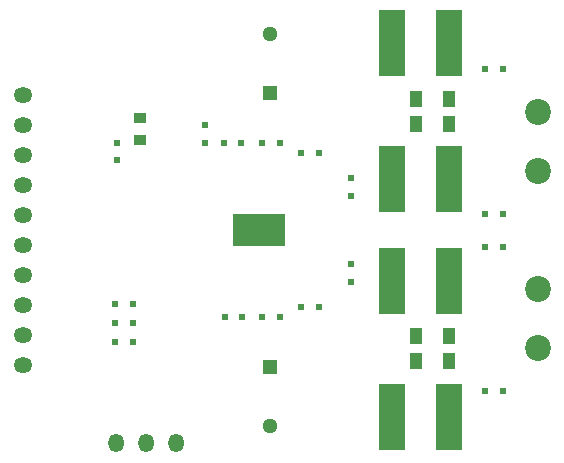
<source format=gbr>
G04 DipTrace 3.1.0.1*
G04 tas5806mROUTE.TopPaste.gbr*
%MOIN*%
G04 #@! TF.FileFunction,Paste,Top*
G04 #@! TF.Part,Single*
%ADD44R,0.177008X0.106142*%
%ADD46R,0.00378X0.051024*%
%ADD48O,0.051969X0.061969*%
%ADD50C,0.086457*%
%ADD52R,0.086457X0.220315*%
%ADD54O,0.061969X0.051969*%
%ADD56R,0.039213X0.054961*%
%ADD58R,0.023465X0.023465*%
%ADD60R,0.04315X0.035276*%
%ADD62C,0.051024*%
%ADD64R,0.051024X0.051024*%
%FSLAX26Y26*%
G04*
G70*
G90*
G75*
G01*
G04 TopPaste*
%LPD*%
D64*
X1295591Y1638110D3*
D62*
Y1834961D3*
D60*
X862520Y1555433D3*
Y1480630D3*
D58*
X1270000Y890079D3*
X1329055D3*
X1142047Y1472756D3*
X1201102D3*
X1145984Y890079D3*
X1205039D3*
X1079055Y1531811D3*
Y1472756D3*
D64*
X1295591Y724724D3*
D62*
Y527874D3*
D58*
X1270000Y1472756D3*
X1329055D3*
X1401890Y1437323D3*
X1460945D3*
X1567244Y1354646D3*
Y1295591D3*
X1401890Y925512D3*
X1460945D3*
X1567244Y1008189D3*
Y1067244D3*
D56*
X1783780Y1618425D3*
X1894016D3*
X1783780Y1535748D3*
X1894016D3*
X1783780Y744409D3*
X1894016D3*
X1783780Y827087D3*
X1894016D3*
D58*
X2073150Y1716850D3*
X2014094D3*
X2073150Y1236535D3*
X2014094D3*
X2073150Y645984D3*
X2014094D3*
X2073150Y1126299D3*
X2014094D3*
D54*
X472756Y1531390D3*
Y1431390D3*
Y1631390D3*
Y1131417D3*
Y1031417D3*
Y1231417D3*
Y831417D3*
Y931417D3*
Y1331417D3*
Y731417D3*
D52*
X1705039Y1803465D3*
X1894016D3*
X1705039Y1350709D3*
X1894016D3*
X1705039Y559370D3*
X1894016D3*
X1705039Y1012126D3*
X1894016D3*
D50*
X2189291Y1378268D3*
Y1575118D3*
D58*
X779843Y933386D3*
X838898D3*
X779843Y870394D3*
X838898D3*
X787717Y1413701D3*
Y1472756D3*
X779843Y807402D3*
X838898D3*
D50*
X2189291Y787717D3*
Y984567D3*
D48*
X882205Y472756D3*
X982205D3*
X782205D3*
D46*
X1437323Y1295591D3*
X1417638D3*
X1397953D3*
X1378268D3*
X1358583D3*
X1338898D3*
X1319213D3*
X1299528D3*
X1279843D3*
X1260157D3*
X1240472D3*
X1220787D3*
X1201102D3*
X1181417D3*
X1161732D3*
X1142047D3*
X1122362D3*
X1102677D3*
X1082992D3*
Y1067244D3*
X1102677D3*
X1122362D3*
X1142047D3*
X1161732D3*
X1181417D3*
X1201102D3*
X1220787D3*
X1240472D3*
X1260157D3*
X1279843D3*
X1299528D3*
X1319213D3*
X1338898D3*
X1358583D3*
X1378268D3*
X1397953D3*
X1417638D3*
X1437323D3*
D44*
X1260157Y1181417D3*
M02*

</source>
